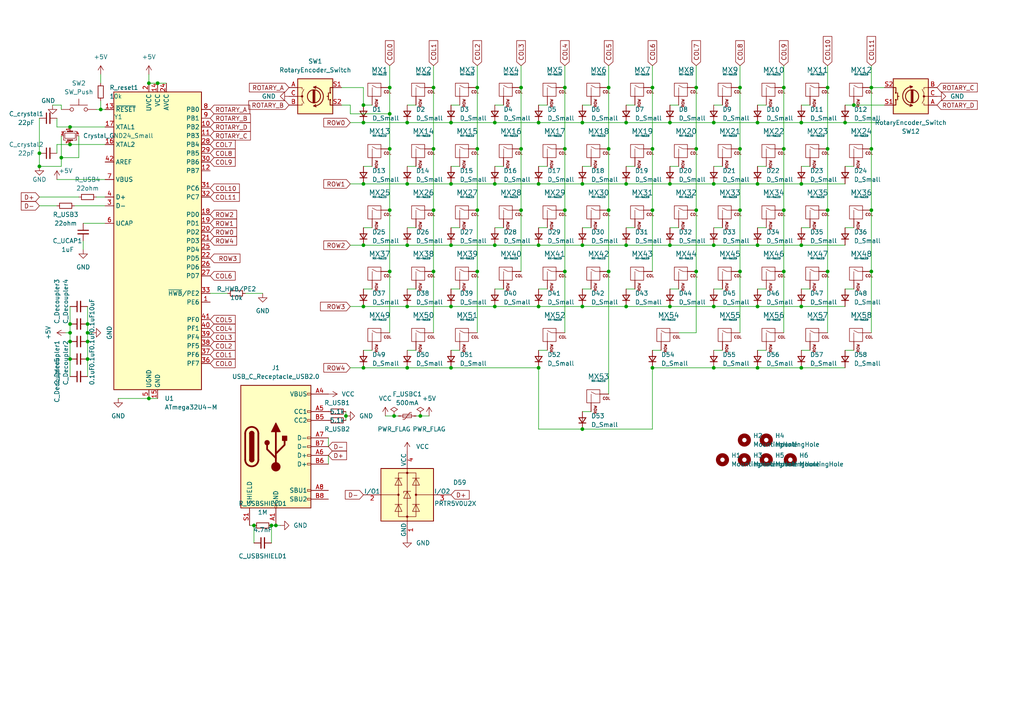
<source format=kicad_sch>
(kicad_sch (version 20211123) (generator eeschema)
  (paper "A4")
  (junction (at 125.73 43.18))
  (junction (at 219.71 35.56))
  (junction (at 207.01 106.68))
  (junction (at 114.3 120.65))
  (junction (at 163.83 43.18))
  (junction (at 189.23 43.18))
  (junction (at 201.93 43.18))
  (junction (at 240.03 25.4))
  (junction (at 20.32 36.83))
  (junction (at 176.53 43.18))
  (junction (at 227.33 78.74))
  (junction (at 138.43 25.4))
  (junction (at 130.81 71.12))
  (junction (at 45.72 24.13))
  (junction (at 168.91 124.46))
  (junction (at 214.63 60.96))
  (junction (at 163.83 60.96))
  (junction (at 130.81 53.34))
  (junction (at 156.21 88.9))
  (junction (at 156.21 35.56))
  (junction (at 168.91 88.9))
  (junction (at 219.71 106.68))
  (junction (at 113.03 33.02))
  (junction (at 105.41 71.12))
  (junction (at 194.31 71.12))
  (junction (at 20.32 93.98))
  (junction (at 189.23 106.68))
  (junction (at 130.81 88.9))
  (junction (at 181.61 88.9))
  (junction (at 25.4 93.98))
  (junction (at 252.73 60.96))
  (junction (at 214.63 25.4))
  (junction (at 118.11 35.56))
  (junction (at 143.51 35.56))
  (junction (at 240.03 43.18))
  (junction (at 240.03 78.74))
  (junction (at 214.63 43.18))
  (junction (at 143.51 88.9))
  (junction (at 125.73 78.74))
  (junction (at 168.91 53.34))
  (junction (at 207.01 35.56))
  (junction (at 80.01 152.4))
  (junction (at 25.4 96.52))
  (junction (at 143.51 71.12))
  (junction (at 105.41 30.48))
  (junction (at 232.41 53.34))
  (junction (at 181.61 71.12))
  (junction (at 130.81 106.68))
  (junction (at 118.11 106.68))
  (junction (at 118.11 71.12))
  (junction (at 25.4 104.14))
  (junction (at 214.63 78.74))
  (junction (at 125.73 60.96))
  (junction (at 156.21 106.68))
  (junction (at 73.66 152.4))
  (junction (at 176.53 78.74))
  (junction (at 252.73 25.4))
  (junction (at 17.78 45.72))
  (junction (at 100.33 120.65))
  (junction (at 113.03 60.96))
  (junction (at 121.92 120.65))
  (junction (at 232.41 71.12))
  (junction (at 11.43 48.26))
  (junction (at 219.71 88.9))
  (junction (at 118.11 88.9))
  (junction (at 189.23 60.96))
  (junction (at 219.71 71.12))
  (junction (at 252.73 43.18))
  (junction (at 207.01 88.9))
  (junction (at 247.65 30.48))
  (junction (at 207.01 53.34))
  (junction (at 78.74 152.4))
  (junction (at 20.32 99.06))
  (junction (at 11.43 44.45))
  (junction (at 227.33 60.96))
  (junction (at 138.43 78.74))
  (junction (at 105.41 35.56))
  (junction (at 245.11 35.56))
  (junction (at 118.11 53.34))
  (junction (at 219.71 53.34))
  (junction (at 105.41 106.68))
  (junction (at 156.21 53.34))
  (junction (at 181.61 53.34))
  (junction (at 252.73 78.74))
  (junction (at 201.93 60.96))
  (junction (at 168.91 35.56))
  (junction (at 201.93 25.4))
  (junction (at 240.03 60.96))
  (junction (at 232.41 88.9))
  (junction (at 163.83 78.74))
  (junction (at 156.21 71.12))
  (junction (at 105.41 88.9))
  (junction (at 176.53 25.4))
  (junction (at 168.91 71.12))
  (junction (at 113.03 78.74))
  (junction (at 113.03 25.4))
  (junction (at 113.03 43.18))
  (junction (at 194.31 53.34))
  (junction (at 201.93 78.74))
  (junction (at 194.31 88.9))
  (junction (at 176.53 60.96))
  (junction (at 43.18 24.13))
  (junction (at 194.31 35.56))
  (junction (at 181.61 35.56))
  (junction (at 130.81 35.56))
  (junction (at 25.4 99.06))
  (junction (at 20.32 41.91))
  (junction (at 20.32 96.52))
  (junction (at 232.41 35.56))
  (junction (at 138.43 60.96))
  (junction (at 138.43 43.18))
  (junction (at 163.83 25.4))
  (junction (at 207.01 71.12))
  (junction (at 125.73 25.4))
  (junction (at 29.21 31.75))
  (junction (at 143.51 53.34))
  (junction (at 227.33 43.18))
  (junction (at 20.32 104.14))
  (junction (at 189.23 25.4))
  (junction (at 105.41 53.34))
  (junction (at 151.13 43.18))
  (junction (at 151.13 25.4))
  (junction (at 43.18 115.57))
  (junction (at 151.13 60.96))
  (junction (at 227.33 25.4))
  (junction (at 232.41 106.68))
  (wire (pts (xy 201.93 25.4) (xy 201.93 43.18)))
  (wire (pts (xy 60.96 85.09) (xy 66.04 85.09)))
  (wire (pts (xy 232.41 83.82) (xy 234.95 83.82)))
  (wire (pts (xy 138.43 43.18) (xy 138.43 60.96)))
  (wire (pts (xy 181.61 66.04) (xy 184.15 66.04)))
  (wire (pts (xy 113.03 43.18) (xy 113.03 60.96)))
  (wire (pts (xy 101.6 30.48) (xy 101.6 33.02)))
  (wire (pts (xy 20.32 41.91) (xy 30.48 41.91)))
  (wire (pts (xy 101.6 53.34) (xy 105.41 53.34)))
  (wire (pts (xy 207.01 88.9) (xy 219.71 88.9)))
  (wire (pts (xy 194.31 30.48) (xy 196.85 30.48)))
  (wire (pts (xy 143.51 48.26) (xy 146.05 48.26)))
  (wire (pts (xy 114.3 120.65) (xy 115.57 120.65)))
  (wire (pts (xy 227.33 78.74) (xy 227.33 96.52)))
  (wire (pts (xy 138.43 19.05) (xy 138.43 25.4)))
  (wire (pts (xy 156.21 66.04) (xy 158.75 66.04)))
  (wire (pts (xy 118.11 88.9) (xy 130.81 88.9)))
  (wire (pts (xy 176.53 25.4) (xy 176.53 43.18)))
  (wire (pts (xy 207.01 101.6) (xy 209.55 101.6)))
  (wire (pts (xy 219.71 35.56) (xy 232.41 35.56)))
  (wire (pts (xy 163.83 19.05) (xy 163.83 25.4)))
  (wire (pts (xy 156.21 106.68) (xy 156.21 124.46)))
  (wire (pts (xy 101.6 33.02) (xy 113.03 33.02)))
  (wire (pts (xy 219.71 106.68) (xy 232.41 106.68)))
  (wire (pts (xy 176.53 19.05) (xy 176.53 25.4)))
  (wire (pts (xy 196.85 96.52) (xy 201.93 96.52)))
  (wire (pts (xy 168.91 30.48) (xy 171.45 30.48)))
  (wire (pts (xy 181.61 83.82) (xy 184.15 83.82)))
  (wire (pts (xy 17.78 31.75) (xy 17.78 30.48)))
  (wire (pts (xy 207.01 35.56) (xy 219.71 35.56)))
  (wire (pts (xy 43.18 21.59) (xy 43.18 24.13)))
  (wire (pts (xy 105.41 83.82) (xy 107.95 83.82)))
  (wire (pts (xy 105.41 30.48) (xy 107.95 30.48)))
  (wire (pts (xy 138.43 25.4) (xy 138.43 43.18)))
  (wire (pts (xy 130.81 101.6) (xy 133.35 101.6)))
  (wire (pts (xy 100.33 119.38) (xy 100.33 120.65)))
  (wire (pts (xy 252.73 60.96) (xy 252.73 78.74)))
  (wire (pts (xy 207.01 106.68) (xy 219.71 106.68)))
  (wire (pts (xy 168.91 48.26) (xy 171.45 48.26)))
  (wire (pts (xy 25.4 96.52) (xy 26.67 96.52)))
  (wire (pts (xy 118.11 48.26) (xy 120.65 48.26)))
  (wire (pts (xy 232.41 53.34) (xy 245.11 53.34)))
  (wire (pts (xy 163.83 43.18) (xy 163.83 60.96)))
  (wire (pts (xy 207.01 83.82) (xy 209.55 83.82)))
  (wire (pts (xy 219.71 101.6) (xy 222.25 101.6)))
  (wire (pts (xy 156.21 30.48) (xy 158.75 30.48)))
  (wire (pts (xy 232.41 106.68) (xy 245.11 106.68)))
  (wire (pts (xy 227.33 25.4) (xy 227.33 43.18)))
  (wire (pts (xy 232.41 30.48) (xy 234.95 30.48)))
  (wire (pts (xy 130.81 88.9) (xy 143.51 88.9)))
  (wire (pts (xy 20.32 93.98) (xy 20.32 88.9)))
  (wire (pts (xy 168.91 53.34) (xy 181.61 53.34)))
  (wire (pts (xy 156.21 83.82) (xy 158.75 83.82)))
  (wire (pts (xy 201.93 19.05) (xy 201.93 25.4)))
  (wire (pts (xy 101.6 35.56) (xy 105.41 35.56)))
  (wire (pts (xy 194.31 48.26) (xy 196.85 48.26)))
  (wire (pts (xy 118.11 66.04) (xy 120.65 66.04)))
  (wire (pts (xy 168.91 88.9) (xy 181.61 88.9)))
  (wire (pts (xy 24.13 69.85) (xy 24.13 72.39)))
  (wire (pts (xy 143.51 71.12) (xy 156.21 71.12)))
  (wire (pts (xy 247.65 30.48) (xy 256.54 30.48)))
  (wire (pts (xy 252.73 25.4) (xy 252.73 43.18)))
  (wire (pts (xy 151.13 25.4) (xy 151.13 43.18)))
  (wire (pts (xy 143.51 83.82) (xy 146.05 83.82)))
  (wire (pts (xy 113.03 33.02) (xy 113.03 43.18)))
  (wire (pts (xy 214.63 78.74) (xy 214.63 96.52)))
  (wire (pts (xy 11.43 44.45) (xy 11.43 48.26)))
  (wire (pts (xy 130.81 48.26) (xy 133.35 48.26)))
  (wire (pts (xy 130.81 53.34) (xy 143.51 53.34)))
  (wire (pts (xy 113.03 19.05) (xy 113.03 25.4)))
  (wire (pts (xy 232.41 88.9) (xy 245.11 88.9)))
  (wire (pts (xy 214.63 60.96) (xy 214.63 78.74)))
  (wire (pts (xy 168.91 119.38) (xy 171.45 119.38)))
  (wire (pts (xy 245.11 66.04) (xy 247.65 66.04)))
  (wire (pts (xy 105.41 53.34) (xy 118.11 53.34)))
  (wire (pts (xy 156.21 35.56) (xy 168.91 35.56)))
  (wire (pts (xy 245.11 101.6) (xy 247.65 101.6)))
  (wire (pts (xy 181.61 71.12) (xy 194.31 71.12)))
  (wire (pts (xy 16.51 36.83) (xy 20.32 36.83)))
  (wire (pts (xy 219.71 66.04) (xy 222.25 66.04)))
  (wire (pts (xy 16.51 41.91) (xy 20.32 41.91)))
  (wire (pts (xy 29.21 21.59) (xy 29.21 24.13)))
  (wire (pts (xy 156.21 71.12) (xy 168.91 71.12)))
  (wire (pts (xy 113.03 78.74) (xy 113.03 96.52)))
  (wire (pts (xy 252.73 25.4) (xy 256.54 25.4)))
  (wire (pts (xy 163.83 78.74) (xy 163.83 96.52)))
  (wire (pts (xy 118.11 71.12) (xy 130.81 71.12)))
  (wire (pts (xy 25.4 96.52) (xy 25.4 93.98)))
  (wire (pts (xy 125.73 19.05) (xy 125.73 25.4)))
  (wire (pts (xy 100.33 120.65) (xy 100.33 121.92)))
  (wire (pts (xy 34.29 115.57) (xy 43.18 115.57)))
  (wire (pts (xy 143.51 66.04) (xy 146.05 66.04)))
  (wire (pts (xy 201.93 78.74) (xy 201.93 96.52)))
  (wire (pts (xy 189.23 19.05) (xy 189.23 25.4)))
  (wire (pts (xy 118.11 35.56) (xy 130.81 35.56)))
  (wire (pts (xy 17.78 45.72) (xy 22.86 45.72)))
  (wire (pts (xy 80.01 152.4) (xy 81.28 152.4)))
  (wire (pts (xy 245.11 30.48) (xy 247.65 30.48)))
  (wire (pts (xy 11.43 34.29) (xy 11.43 44.45)))
  (wire (pts (xy 163.83 60.96) (xy 163.83 78.74)))
  (wire (pts (xy 121.92 120.65) (xy 124.46 120.65)))
  (wire (pts (xy 20.32 109.22) (xy 20.32 104.14)))
  (wire (pts (xy 17.78 45.72) (xy 17.78 48.26)))
  (wire (pts (xy 194.31 35.56) (xy 207.01 35.56)))
  (wire (pts (xy 245.11 48.26) (xy 247.65 48.26)))
  (wire (pts (xy 101.6 106.68) (xy 105.41 106.68)))
  (wire (pts (xy 168.91 124.46) (xy 156.21 124.46)))
  (wire (pts (xy 130.81 71.12) (xy 143.51 71.12)))
  (wire (pts (xy 214.63 25.4) (xy 214.63 43.18)))
  (wire (pts (xy 151.13 43.18) (xy 151.13 60.96)))
  (wire (pts (xy 16.51 34.29) (xy 16.51 36.83)))
  (wire (pts (xy 189.23 124.46) (xy 168.91 124.46)))
  (wire (pts (xy 163.83 25.4) (xy 163.83 43.18)))
  (wire (pts (xy 20.32 99.06) (xy 20.32 96.52)))
  (wire (pts (xy 105.41 71.12) (xy 118.11 71.12)))
  (wire (pts (xy 232.41 101.6) (xy 234.95 101.6)))
  (wire (pts (xy 43.18 115.57) (xy 45.72 115.57)))
  (wire (pts (xy 143.51 53.34) (xy 156.21 53.34)))
  (wire (pts (xy 189.23 106.68) (xy 207.01 106.68)))
  (wire (pts (xy 181.61 88.9) (xy 194.31 88.9)))
  (wire (pts (xy 252.73 78.74) (xy 252.73 96.52)))
  (wire (pts (xy 118.11 101.6) (xy 120.65 101.6)))
  (wire (pts (xy 240.03 25.4) (xy 240.03 43.18)))
  (wire (pts (xy 151.13 19.05) (xy 151.13 25.4)))
  (wire (pts (xy 207.01 48.26) (xy 209.55 48.26)))
  (wire (pts (xy 189.23 43.18) (xy 189.23 60.96)))
  (wire (pts (xy 105.41 35.56) (xy 118.11 35.56)))
  (wire (pts (xy 105.41 48.26) (xy 107.95 48.26)))
  (wire (pts (xy 25.4 104.14) (xy 25.4 99.06)))
  (wire (pts (xy 105.41 88.9) (xy 118.11 88.9)))
  (wire (pts (xy 20.32 104.14) (xy 20.32 99.06)))
  (wire (pts (xy 207.01 30.48) (xy 209.55 30.48)))
  (wire (pts (xy 101.6 71.12) (xy 105.41 71.12)))
  (wire (pts (xy 105.41 25.4) (xy 105.41 30.48)))
  (wire (pts (xy 125.73 78.74) (xy 125.73 96.52)))
  (wire (pts (xy 189.23 25.4) (xy 189.23 43.18)))
  (wire (pts (xy 214.63 43.18) (xy 214.63 60.96)))
  (wire (pts (xy 143.51 35.56) (xy 156.21 35.56)))
  (wire (pts (xy 219.71 83.82) (xy 222.25 83.82)))
  (wire (pts (xy 118.11 53.34) (xy 130.81 53.34)))
  (wire (pts (xy 78.74 152.4) (xy 78.74 157.48)))
  (wire (pts (xy 168.91 71.12) (xy 181.61 71.12)))
  (wire (pts (xy 168.91 66.04) (xy 171.45 66.04)))
  (wire (pts (xy 227.33 19.05) (xy 227.33 25.4)))
  (wire (pts (xy 105.41 106.68) (xy 118.11 106.68)))
  (wire (pts (xy 20.32 36.83) (xy 30.48 36.83)))
  (wire (pts (xy 232.41 66.04) (xy 234.95 66.04)))
  (wire (pts (xy 29.21 31.75) (xy 30.48 31.75)))
  (wire (pts (xy 101.6 88.9) (xy 105.41 88.9)))
  (wire (pts (xy 168.91 83.82) (xy 171.45 83.82)))
  (wire (pts (xy 138.43 60.96) (xy 138.43 78.74)))
  (wire (pts (xy 181.61 35.56) (xy 194.31 35.56)))
  (wire (pts (xy 118.11 30.48) (xy 120.65 30.48)))
  (wire (pts (xy 219.71 53.34) (xy 232.41 53.34)))
  (wire (pts (xy 232.41 71.12) (xy 245.11 71.12)))
  (wire (pts (xy 151.13 60.96) (xy 151.13 78.74)))
  (wire (pts (xy 201.93 43.18) (xy 201.93 60.96)))
  (wire (pts (xy 143.51 30.48) (xy 146.05 30.48)))
  (wire (pts (xy 156.21 48.26) (xy 158.75 48.26)))
  (wire (pts (xy 207.01 66.04) (xy 209.55 66.04)))
  (wire (pts (xy 227.33 60.96) (xy 227.33 78.74)))
  (wire (pts (xy 245.11 83.82) (xy 247.65 83.82)))
  (wire (pts (xy 73.66 152.4) (xy 73.66 157.48)))
  (wire (pts (xy 17.78 39.37) (xy 17.78 45.72)))
  (wire (pts (xy 232.41 35.56) (xy 245.11 35.56)))
  (wire (pts (xy 156.21 53.34) (xy 168.91 53.34)))
  (wire (pts (xy 11.43 57.15) (xy 22.86 57.15)))
  (wire (pts (xy 113.03 60.96) (xy 113.03 78.74)))
  (wire (pts (xy 22.86 45.72) (xy 22.86 39.37)))
  (wire (pts (xy 252.73 43.18) (xy 252.73 60.96)))
  (wire (pts (xy 168.91 35.56) (xy 181.61 35.56)))
  (wire (pts (xy 245.11 35.56) (xy 255.27 35.56)))
  (wire (pts (xy 181.61 53.34) (xy 194.31 53.34)))
  (wire (pts (xy 227.33 43.18) (xy 227.33 60.96)))
  (wire (pts (xy 25.4 99.06) (xy 25.4 96.52)))
  (wire (pts (xy 78.74 152.4) (xy 80.01 152.4)))
  (wire (pts (xy 27.94 31.75) (xy 29.21 31.75)))
  (wire (pts (xy 21.59 59.69) (xy 30.48 59.69)))
  (wire (pts (xy 143.51 88.9) (xy 156.21 88.9)))
  (wire (pts (xy 194.31 71.12) (xy 207.01 71.12)))
  (wire (pts (xy 240.03 43.18) (xy 240.03 60.96)))
  (wire (pts (xy 207.01 53.34) (xy 219.71 53.34)))
  (wire (pts (xy 120.65 120.65) (xy 121.92 120.65)))
  (wire (pts (xy 24.13 64.77) (xy 30.48 64.77)))
  (wire (pts (xy 240.03 78.74) (xy 240.03 96.52)))
  (wire (pts (xy 194.31 83.82) (xy 196.85 83.82)))
  (wire (pts (xy 138.43 78.74) (xy 138.43 96.52)))
  (wire (pts (xy 189.23 106.68) (xy 189.23 124.46)))
  (wire (pts (xy 19.05 96.52) (xy 20.32 96.52)))
  (wire (pts (xy 189.23 101.6) (xy 191.77 101.6)))
  (wire (pts (xy 194.31 66.04) (xy 196.85 66.04)))
  (wire (pts (xy 219.71 30.48) (xy 222.25 30.48)))
  (wire (pts (xy 118.11 106.68) (xy 130.81 106.68)))
  (wire (pts (xy 219.71 48.26) (xy 222.25 48.26)))
  (wire (pts (xy 156.21 101.6) (xy 158.75 101.6)))
  (wire (pts (xy 99.06 30.48) (xy 101.6 30.48)))
  (wire (pts (xy 125.73 43.18) (xy 125.73 60.96)))
  (wire (pts (xy 219.71 88.9) (xy 232.41 88.9)))
  (wire (pts (xy 105.41 101.6) (xy 107.95 101.6)))
  (wire (pts (xy 125.73 25.4) (xy 125.73 43.18)))
  (wire (pts (xy 176.53 43.18) (xy 176.53 60.96)))
  (wire (pts (xy 130.81 106.68) (xy 156.21 106.68)))
  (wire (pts (xy 194.31 53.34) (xy 207.01 53.34)))
  (wire (pts (xy 16.51 52.07) (xy 30.48 52.07)))
  (wire (pts (xy 29.21 29.21) (xy 29.21 31.75)))
  (wire (pts (xy 111.76 120.65) (xy 114.3 120.65)))
  (wire (pts (xy 201.93 60.96) (xy 201.93 78.74)))
  (wire (pts (xy 27.94 57.15) (xy 30.48 57.15)))
  (wire (pts (xy 207.01 71.12) (xy 219.71 71.12)))
  (wire (pts (xy 11.43 48.26) (xy 17.78 48.26)))
  (wire (pts (xy 25.4 109.22) (xy 25.4 104.14)))
  (wire (pts (xy 176.53 60.96) (xy 176.53 78.74)))
  (wire (pts (xy 95.25 127) (xy 95.25 129.54)))
  (wire (pts (xy 113.03 25.4) (xy 113.03 33.02)))
  (wire (pts (xy 176.53 78.74) (xy 176.53 114.3)))
  (wire (pts (xy 72.39 152.4) (xy 73.66 152.4)))
  (wire (pts (xy 214.63 19.05) (xy 214.63 25.4)))
  (wire (pts (xy 240.03 19.05) (xy 240.03 25.4)))
  (wire (pts (xy 43.18 24.13) (xy 45.72 24.13)))
  (wire (pts (xy 130.81 35.56) (xy 143.51 35.56)))
  (wire (pts (xy 45.72 24.13) (xy 48.26 24.13)))
  (wire (pts (xy 105.41 66.04) (xy 107.95 66.04)))
  (wire (pts (xy 232.41 48.26) (xy 234.95 48.26)))
  (wire (pts (xy 181.61 30.48) (xy 184.15 30.48)))
  (wire (pts (xy 130.81 30.48) (xy 133.35 30.48)))
  (wire (pts (xy 71.12 85.09) (xy 76.2 85.09)))
  (wire (pts (xy 156.21 88.9) (xy 168.91 88.9)))
  (wire (pts (xy 240.03 60.96) (xy 240.03 78.74)))
  (wire (pts (xy 189.23 60.96) (xy 189.23 78.74)))
  (wire (pts (xy 15.24 30.48) (xy 17.78 30.48)))
  (wire (pts (xy 181.61 48.26) (xy 184.15 48.26)))
  (wire (pts (xy 95.25 132.08) (xy 95.25 134.62)))
  (wire (pts (xy 118.11 83.82) (xy 120.65 83.82)))
  (wire (pts (xy 99.06 25.4) (xy 105.41 25.4)))
  (wire (pts (xy 20.32 96.52) (xy 20.32 93.98)))
  (wire (pts (xy 25.4 93.98) (xy 25.4 88.9)))
  (wire (pts (xy 194.31 88.9) (xy 207.01 88.9)))
  (wire (pts (xy 130.81 83.82) (xy 133.35 83.82)))
  (wire (pts (xy 252.73 19.05) (xy 252.73 25.4)))
  (wire (pts (xy 219.71 71.12) (xy 232.41 71.12)))
  (wire (pts (xy 130.81 66.04) (xy 133.35 66.04)))
  (wire (pts (xy 11.43 59.69) (xy 16.51 59.69)))
  (wire (pts (xy 16.51 44.45) (xy 16.51 41.91)))
  (wire (pts (xy 125.73 60.96) (xy 125.73 78.74)))
  (global_label "COL11" (shape input) (at 60.96 57.15 0) (property "Intersheet References" "${INTERSHEET_REFS}" (effects hide)))
  (global_label "ROW4" (shape input) (at 60.96 69.85 0) (property "Intersheet References" "${INTERSHEET_REFS}" (effects hide)))
  (global_label "COL0" (shape input) (at 60.96 105.41 0) (property "Intersheet References" "${INTERSHEET_REFS}" (effects hide)))
  (global_label "COL2" (shape input) (at 138.43 19.05 90) (property "Intersheet References" "${INTERSHEET_REFS}" (effects hide)))
  (global_label "ROW2" (shape input) (at 101.6 71.12 180) (property "Intersheet References" "${INTERSHEET_REFS}" (effects hide)))
  (global_label "ROW0" (shape input) (at 60.96 67.31 0) (property "Intersheet References" "${INTERSHEET_REFS}" (effects hide)))
  (global_label "D+" (shape input) (at 95.25 132.08 0) (property "Intersheet References" "${INTERSHEET_REFS}" (effects hide)))
  (global_label "D-" (shape input) (at 105.41 143.51 180) (property "Intersheet References" "${INTERSHEET_REFS}" (effects hide)))
  (global_label "COL0" (shape input) (at 113.03 19.05 90) (property "Intersheet References" "${INTERSHEET_REFS}" (effects hide)))
  (global_label "COL10" (shape input) (at 240.03 19.05 90) (property "Intersheet References" "${INTERSHEET_REFS}" (effects hide)))
  (global_label "COL1" (shape input) (at 125.73 19.05 90) (property "Intersheet References" "${INTERSHEET_REFS}" (effects hide)))
  (global_label "COL1" (shape input) (at 60.96 102.87 0) (property "Intersheet References" "${INTERSHEET_REFS}" (effects hide)))
  (global_label "ROTARY_A" (shape input) (at 83.82 25.4 180) (property "Intersheet References" "${INTERSHEET_REFS}" (effects hide)))
  (global_label "COL3" (shape input) (at 151.13 19.05 90) (property "Intersheet References" "${INTERSHEET_REFS}" (effects hide)))
  (global_label "ROTARY_B" (shape input) (at 60.96 34.29 0) (property "Intersheet References" "${INTERSHEET_REFS}" (effects hide)))
  (global_label "COL6" (shape input) (at 60.96 80.01 0) (property "Intersheet References" "${INTERSHEET_REFS}" (effects hide)))
  (global_label "ROTARY_D" (shape input) (at 60.96 36.83 0) (property "Intersheet References" "${INTERSHEET_REFS}" (effects hide)))
  (global_label "ROW2" (shape input) (at 60.96 62.23 0) (property "Intersheet References" "${INTERSHEET_REFS}" (effects hide)))
  (global_label "COL10" (shape input) (at 60.96 54.61 0) (property "Intersheet References" "${INTERSHEET_REFS}" (effects hide)))
  (global_label "COL7" (shape input) (at 201.93 19.05 90) (property "Intersheet References" "${INTERSHEET_REFS}" (effects hide)))
  (global_label "COL11" (shape input) (at 252.73 19.05 90) (property "Intersheet References" "${INTERSHEET_REFS}" (effects hide)))
  (global_label "COL2" (shape input) (at 60.96 100.33 0) (property "Intersheet References" "${INTERSHEET_REFS}" (effects hide)))
  (global_label "D+" (shape input) (at 11.43 57.15 180) (property "Intersheet References" "${INTERSHEET_REFS}" (effects hide)))
  (global_label "ROW1" (shape input) (at 101.6 53.34 180) (property "Intersheet References" "${INTERSHEET_REFS}" (effects hide)))
  (global_label "ROTARY_C" (shape input) (at 271.78 25.4 0) (property "Intersheet References" "${INTERSHEET_REFS}" (effects hide)))
  (global_label "COL3" (shape input) (at 60.96 97.79 0) (property "Intersheet References" "${INTERSHEET_REFS}" (effects hide)))
  (global_label "COL9" (shape input) (at 227.33 19.05 90) (property "Intersheet References" "${INTERSHEET_REFS}" (effects hide)))
  (global_label "COL4" (shape input) (at 163.83 19.05 90) (property "Intersheet References" "${INTERSHEET_REFS}" (effects hide)))
  (global_label "ROTARY_B" (shape input) (at 83.82 30.48 180) (property "Intersheet References" "${INTERSHEET_REFS}" (effects hide)))
  (global_label "ROW4" (shape input) (at 101.6 106.68 180) (property "Intersheet References" "${INTERSHEET_REFS}" (effects hide)))
  (global_label "D-" (shape input) (at 11.43 59.69 180) (property "Intersheet References" "${INTERSHEET_REFS}" (effects hide)))
  (global_label "COL8" (shape input) (at 60.96 44.45 0) (property "Intersheet References" "${INTERSHEET_REFS}" (effects hide)))
  (global_label "COL6" (shape input) (at 189.23 19.05 90) (property "Intersheet References" "${INTERSHEET_REFS}" (effects hide)))
  (global_label "ROW1" (shape input) (at 60.96 64.77 0) (property "Intersheet References" "${INTERSHEET_REFS}" (effects hide)))
  (global_label "ROTARY_C" (shape input) (at 60.96 39.37 0) (property "Intersheet References" "${INTERSHEET_REFS}" (effects hide)))
  (global_label "COL7" (shape input) (at 60.96 41.91 0) (property "Intersheet References" "${INTERSHEET_REFS}" (effects hide)))
  (global_label "COL5" (shape input) (at 176.53 19.05 90) (property "Intersheet References" "${INTERSHEET_REFS}" (effects hide)))
  (global_label "ROTARY_A" (shape input) (at 60.96 31.75 0) (property "Intersheet References" "${INTERSHEET_REFS}" (effects hide)))
  (global_label "D+" (shape input) (at 130.81 143.51 0) (property "Intersheet References" "${INTERSHEET_REFS}" (effects hide)))
  (global_label " ROW3" (shape input) (at 101.6 88.9 180) (property "Intersheet References" "${INTERSHEET_REFS}" (effects hide)))
  (global_label "COL9" (shape input) (at 60.96 46.99 0) (property "Intersheet References" "${INTERSHEET_REFS}" (effects hide)))
  (global_label "COL8" (shape input) (at 214.63 19.05 90) (property "Intersheet References" "${INTERSHEET_REFS}" (effects hide)))
  (global_label " ROW3" (shape input) (at 60.96 74.93 0) (property "Intersheet References" "${INTERSHEET_REFS}" (effects hide)))
  (global_label "ROTARY_D" (shape input) (at 271.78 30.48 0) (property "Intersheet References" "${INTERSHEET_REFS}" (effects hide)))
  (global_label "COL5" (shape input) (at 60.96 92.71 0) (property "Intersheet References" "${INTERSHEET_REFS}" (effects hide)))
  (global_label "ROW0" (shape input) (at 101.6 35.56 180) (property "Intersheet References" "${INTERSHEET_REFS}" (effects hide)))
  (global_label "COL4" (shape input) (at 60.96 95.25 0) (property "Intersheet References" "${INTERSHEET_REFS}" (effects hide)))
  (global_label "D-" (shape input) (at 95.25 129.54 0) (property "Intersheet References" "${INTERSHEET_REFS}" (effects hide)))
  (symbol (lib_id "power:GND") (at 81.28 152.4 90) (unit 1)
    (property "Reference" "#PWR0109" (effects hide))
    (property "Value" "GND" (at 85.09 152.3999 90) (effects (justify right)))
  )
  (symbol (lib_id "Device:D_Small") (at 219.71 33.02 90) (unit 1)
    (property "Reference" "D10" (at 222.25 31.7499 90) (effects (justify right)))
    (property "Value" "D_Small" (at 222.25 34.2899 90) (effects (justify right)))
    (property "Footprint" "Diode_SMD:D_SOD-123F" (effects hide))
  )
  (symbol (lib_id "Device:C_Small") (at 13.97 34.29 90) (unit 1)
    (property "Reference" "C_crystal1" (at 7.62 33.02 90))
    (property "Value" "22pF" (at 7.62 35.56 90))
    (property "Footprint" "Capacitor_SMD:C_0402_1005Metric" (effects hide))
  )
  (symbol (lib_id "Device:D_Small") (at 118.11 104.14 90) (unit 1)
    (property "Reference" "D50" (at 120.65 102.8699 90) (effects (justify right)))
    (property "Value" "D_Small" (at 120.65 105.4099 90) (effects (justify right)))
    (property "Footprint" "Diode_SMD:D_SOD-123F" (effects hide))
  )
  (symbol (lib_id "Connector:USB_C_Receptacle_USB2.0") (at 80.01 129.54 0) (unit 1)
    (property "Reference" "J1" (at 80.01 106.68 0))
    (property "Value" "USB_C_Receptacle_USB2.0" (at 80.01 109.22 0))
    (property "Footprint" "Connector_USB:USB_C_Receptacle_HRO_TYPE-C-31-M-12" (effects hide))
    (property "Datasheet" "https://www.usb.org/sites/default/files/documents/usb_type-c.zip" (effects hide))
  )
  (symbol (lib_id "Device:D_Small") (at 194.31 86.36 90) (unit 1)
    (property "Reference" "D44" (at 196.85 85.0899 90) (effects (justify right)))
    (property "Value" "D_Small" (at 196.85 87.6299 90) (effects (justify right)))
    (property "Footprint" "Diode_SMD:D_SOD-123F" (effects hide))
  )
  (symbol (lib_id "Device:D_Small") (at 143.51 68.58 90) (unit 1)
    (property "Reference" "D28" (at 146.05 67.3099 90) (effects (justify right)))
    (property "Value" "D_Small" (at 146.05 69.8499 90) (effects (justify right)))
    (property "Footprint" "Diode_SMD:D_SOD-123F" (effects hide))
  )
  (symbol (lib_id "MX_Alps_Hybrid:MX-NoLED") (at 223.52 26.67 0) (unit 1)
    (property "Reference" "MX10" (at 224.4056 20.32 0) (effects (font (size 1.524 1.524))))
    (property "Value" "MX-NoLED" (at 224.4056 21.59 0) (effects (font (size 0.508 0.508))))
    (property "Footprint" "MX_Only:MXOnly-1U-Hotswap" (effects hide))
  )
  (symbol (lib_id "Device:D_Small") (at 232.41 33.02 90) (unit 1)
    (property "Reference" "D11" (at 234.95 31.7499 90) (effects (justify right)))
    (property "Value" "D_Small" (at 234.95 34.2899 90) (effects (justify right)))
    (property "Footprint" "Diode_SMD:D_SOD-123F" (effects hide))
  )
  (symbol (lib_id "MX_Alps_Hybrid:MX-NoLED") (at 172.72 115.57 0) (unit 1)
    (property "Reference" "MX53" (at 173.6056 109.22 0) (effects (font (size 1.524 1.524))))
    (property "Value" "MX-NoLED" (at 173.6056 110.49 0) (effects (font (size 0.508 0.508))))
    (property "Footprint" "MX_Only:MXOnly-6U-Centered-NoLED" (effects hide))
  )
  (symbol (lib_id "Device:C_Small") (at 22.86 93.98 90) (unit 1)
    (property "Reference" "C_Decoupler3" (at 16.51 93.98 0) (effects (justify left)))
    (property "Value" "0.1uF" (at 26.67 96.52 0) (effects (justify left)))
    (property "Footprint" "Capacitor_SMD:C_0402_1005Metric" (effects hide))
  )
  (symbol (lib_id "power:GND") (at 11.43 48.26 0) (unit 1)
    (property "Reference" "#PWR0105" (effects hide))
    (property "Value" "GND" (at 11.43 52.07 0))
  )
  (symbol (lib_id "MX_Alps_Hybrid:MX-NoLED") (at 134.62 97.79 0) (unit 1)
    (property "Reference" "MX51" (at 135.5056 91.44 0) (effects (font (size 1.524 1.524))))
    (property "Value" "MX-NoLED" (at 135.5056 92.71 0) (effects (font (size 0.508 0.508))))
    (property "Footprint" "MX_Only:MXOnly-1.25U-Hotswap" (effects hide))
  )
  (symbol (lib_id "MX_Alps_Hybrid:MX-NoLED") (at 236.22 44.45 0) (unit 1)
    (property "Reference" "MX23" (at 237.1056 38.1 0) (effects (font (size 1.524 1.524))))
    (property "Value" "MX-NoLED" (at 237.1056 39.37 0) (effects (font (size 0.508 0.508))))
    (property "Footprint" "MX_Only:MXOnly-1U-Hotswap" (effects hide))
  )
  (symbol (lib_id "Device:D_Small") (at 245.11 68.58 90) (unit 1)
    (property "Reference" "D36" (at 247.65 67.3099 90) (effects (justify right)))
    (property "Value" "D_Small" (at 247.65 69.8499 90) (effects (justify right)))
    (property "Footprint" "Diode_SMD:D_SOD-123F" (effects hide))
  )
  (symbol (lib_id "Device:D_Small") (at 219.71 68.58 90) (unit 1)
    (property "Reference" "D34" (at 222.25 67.3099 90) (effects (justify right)))
    (property "Value" "D_Small" (at 222.25 69.8499 90) (effects (justify right)))
    (property "Footprint" "Diode_SMD:D_SOD-123F" (effects hide))
  )
  (symbol (lib_id "Device:D_Small") (at 232.41 104.14 90) (unit 1)
    (property "Reference" "D57" (at 234.95 102.8699 90) (effects (justify right)))
    (property "Value" "D_Small" (at 234.95 105.4099 90) (effects (justify right)))
    (property "Footprint" "Diode_SMD:D_SOD-123F" (effects hide))
  )
  (symbol (lib_id "Device:C_Small") (at 22.86 99.06 90) (unit 1)
    (property "Reference" "C_Decoupler2" (at 19.05 111.76 0) (effects (justify left)))
    (property "Value" "0.1uF" (at 26.67 101.6 0) (effects (justify left)))
    (property "Footprint" "Capacitor_SMD:C_0402_1005Metric" (effects hide))
  )
  (symbol (lib_id "power:GND") (at 26.67 96.52 90) (unit 1)
    (property "Reference" "#PWR0122" (effects hide))
    (property "Value" "GND" (at 31.75 96.52 0))
  )
  (symbol (lib_id "MX_Alps_Hybrid:MX-NoLED") (at 172.72 44.45 0) (unit 1)
    (property "Reference" "MX18" (at 173.6056 38.1 0) (effects (font (size 1.524 1.524))))
    (property "Value" "MX-NoLED" (at 173.6056 39.37 0) (effects (font (size 0.508 0.508))))
    (property "Footprint" "MX_Only:MXOnly-1U-Hotswap" (effects hide))
  )
  (symbol (lib_id "MX_Alps_Hybrid:MX-NoLED") (at 193.04 97.79 0) (unit 1)
    (property "Reference" "MX54" (at 193.9256 91.44 0) (effects (font (size 1.524 1.524))))
    (property "Value" "MX-NoLED" (at 193.9256 92.71 0) (effects (font (size 0.508 0.508))))
    (property "Footprint" "MX_Only:MXOnly-2.25U-Hotswap" (effects hide))
  )
  (symbol (lib_id "Device:C_Small") (at 76.2 157.48 90) (unit 1)
    (property "Reference" "C_USBSHIELD1" (at 76.2 161.29 90))
    (property "Value" "4.7nF" (at 76.2063 153.67 90))
    (property "Footprint" "Capacitor_SMD:C_0402_1005Metric" (effects hide))
  )
  (symbol (lib_id "Device:Polyfuse_Small") (at 118.11 120.65 90) (unit 1)
    (property "Reference" "F_USBC1" (at 118.11 114.3 90))
    (property "Value" "500mA" (at 118.11 116.84 90))
    (property "Footprint" "Fuse:Fuse_1206_3216Metric" (effects hide))
  )
  (symbol (lib_id "Device:D_Small") (at 245.11 33.02 90) (unit 1)
    (property "Reference" "D12" (at 247.65 31.7499 90) (effects (justify right)))
    (property "Value" "D_Small" (at 247.65 34.2899 90) (effects (justify right)))
    (property "Footprint" "Diode_SMD:D_SOD-123F" (effects hide))
  )
  (symbol (lib_id "MX_Alps_Hybrid:MX-NoLED") (at 172.72 26.67 0) (unit 1)
    (property "Reference" "MX6" (at 173.6056 20.32 0) (effects (font (size 1.524 1.524))))
    (property "Value" "MX-NoLED" (at 173.6056 21.59 0) (effects (font (size 0.508 0.508))))
    (property "Footprint" "MX_Only:MXOnly-1U-Hotswap" (effects hide))
  )
  (symbol (lib_id "Device:D_Small") (at 130.81 104.14 90) (unit 1)
    (property "Reference" "D51" (at 133.35 102.8699 90) (effects (justify right)))
    (property "Value" "D_Small" (at 133.35 105.4099 90) (effects (justify right)))
    (property "Footprint" "Diode_SMD:D_SOD-123F" (effects hide))
  )
  (symbol (lib_id "Mechanical:MountingHole") (at 222.25 133.35 0) (unit 1)
    (property "Reference" "H5" (at 224.79 132.0799 0) (effects (justify left)))
    (property "Value" "MountingHole" (at 224.79 134.6199 0) (effects (justify left)))
    (property "Footprint" "MountingHole:MountingHole_2.2mm_M2" (effects hide))
  )
  (symbol (lib_id "MX_Alps_Hybrid:MX-NoLED") (at 160.02 44.45 0) (unit 1)
    (property "Reference" "MX17" (at 160.9056 38.1 0) (effects (font (size 1.524 1.524))))
    (property "Value" "MX-NoLED" (at 160.9056 39.37 0) (effects (font (size 0.508 0.508))))
    (property "Footprint" "MX_Only:MXOnly-1U-Hotswap" (effects hide))
  )
  (symbol (lib_id "Device:D_Small") (at 105.41 50.8 90) (unit 1)
    (property "Reference" "D13" (at 107.95 49.5299 90) (effects (justify right)))
    (property "Value" "D_Small" (at 107.95 52.0699 90) (effects (justify right)))
    (property "Footprint" "Diode_SMD:D_SOD-123F" (effects hide))
  )
  (symbol (lib_id "MX_Alps_Hybrid:MX-NoLED") (at 172.72 80.01 0) (unit 1)
    (property "Reference" "MX42" (at 173.6056 73.66 0) (effects (font (size 1.524 1.524))))
    (property "Value" "MX-NoLED" (at 173.6056 74.93 0) (effects (font (size 0.508 0.508))))
    (property "Footprint" "MX_Only:MXOnly-1U-Hotswap" (effects hide))
  )
  (symbol (lib_id "Device:D_Small") (at 118.11 86.36 90) (unit 1)
    (property "Reference" "D38" (at 120.65 85.0899 90) (effects (justify right)))
    (property "Value" "D_Small" (at 120.65 87.6299 90) (effects (justify right)))
    (property "Footprint" "Diode_SMD:D_SOD-123F" (effects hide))
  )
  (symbol (lib_id "Device:D_Small") (at 130.81 33.02 90) (unit 1)
    (property "Reference" "D3" (at 133.35 31.7499 90) (effects (justify right)))
    (property "Value" "D_Small" (at 133.35 34.2899 90) (effects (justify right)))
    (property "Footprint" "Diode_SMD:D_SOD-123F" (effects hide))
  )
  (symbol (lib_id "MX_Alps_Hybrid:MX-NoLED") (at 210.82 62.23 0) (unit 1)
    (property "Reference" "MX33" (at 211.7056 55.88 0) (effects (font (size 1.524 1.524))))
    (property "Value" "MX-NoLED" (at 211.7056 57.15 0) (effects (font (size 0.508 0.508))))
    (property "Footprint" "MX_Only:MXOnly-1U-Hotswap" (effects hide))
  )
  (symbol (lib_id "Device:D_Small") (at 105.41 33.02 90) (unit 1)
    (property "Reference" "D1" (at 107.95 31.7499 90) (effects (justify right)))
    (property "Value" "D_Small" (at 107.95 34.2899 90) (effects (justify right)))
    (property "Footprint" "Diode_SMD:D_SOD-123F" (effects hide))
  )
  (symbol (lib_id "power:GND") (at 76.2 85.09 0) (unit 1)
    (property "Reference" "#PWR0107" (effects hide))
    (property "Value" "GND" (at 76.2 90.17 0))
  )
  (symbol (lib_id "MX_Alps_Hybrid:MX-NoLED") (at 109.22 80.01 0) (unit 1)
    (property "Reference" "MX37" (at 110.1056 73.66 0) (effects (font (size 1.524 1.524))))
    (property "Value" "MX-NoLED" (at 110.1056 74.93 0) (effects (font (size 0.508 0.508))))
    (property "Footprint" "MX_Only:MXOnly-1.5U-Hotswap" (effects hide))
  )
  (symbol (lib_id "MX_Alps_Hybrid:MX-NoLED") (at 236.22 80.01 0) (unit 1)
    (property "Reference" "MX47" (at 237.1056 73.66 0) (effects (font (size 1.524 1.524))))
    (property "Value" "MX-NoLED" (at 237.1056 74.93 0) (effects (font (size 0.508 0.508))))
    (property "Footprint" "MX_Only:MXOnly-1U-Hotswap" (effects hide))
  )
  (symbol (lib_id "Device:D_Small") (at 168.91 50.8 90) (unit 1)
    (property "Reference" "D18" (at 171.45 49.5299 90) (effects (justify right)))
    (property "Value" "D_Small" (at 171.45 52.0699 90) (effects (justify right)))
    (property "Footprint" "Diode_SMD:D_SOD-123F" (effects hide))
  )
  (symbol (lib_id "Device:D_Small") (at 181.61 33.02 90) (unit 1)
    (property "Reference" "D7" (at 184.15 31.7499 90) (effects (justify right)))
    (property "Value" "D_Small" (at 184.15 34.2899 90) (effects (justify right)))
    (property "Footprint" "Diode_SMD:D_SOD-123F" (effects hide))
  )
  (symbol (lib_id "Device:D_Small") (at 232.41 68.58 90) (unit 1)
    (property "Reference" "D35" (at 234.95 67.3099 90) (effects (justify right)))
    (property "Value" "D_Small" (at 234.95 69.8499 90) (effects (justify right)))
    (property "Footprint" "Diode_SMD:D_SOD-123F" (effects hide))
  )
  (symbol (lib_id "power:GND") (at 24.13 72.39 0) (unit 1)
    (property "Reference" "#PWR0120" (effects hide))
    (property "Value" "GND" (at 24.13 77.47 0))
  )
  (symbol (lib_id "power:VCC") (at 118.11 130.81 0) (unit 1)
    (property "Reference" "#PWR0119" (effects hide))
    (property "Value" "VCC" (at 120.65 129.5399 0) (effects (justify left)))
  )
  (symbol (lib_id "MX_Alps_Hybrid:MX-NoLED") (at 248.92 26.67 0) (unit 1)
    (property "Reference" "MX12" (at 249.8056 20.32 0) (effects (font (size 1.524 1.524))))
    (property "Value" "MX-NoLED" (at 249.8056 21.59 0) (effects (font (size 0.508 0.508))))
    (property "Footprint" "MX_Only:MXOnly-1U-Hotswap" (effects hide))
  )
  (symbol (lib_id "Mechanical:MountingHole") (at 229.235 133.35 0) (unit 1)
    (property "Reference" "H6" (at 231.775 132.0799 0) (effects (justify left)))
    (property "Value" "MountingHole" (at 231.775 134.6199 0) (effects (justify left)))
    (property "Footprint" "MountingHole:MountingHole_2.2mm_M2" (effects hide))
  )
  (symbol (lib_id "Device:R_Small") (at 76.2 152.4 90) (unit 1)
    (property "Reference" "R_USBSHIELD1" (at 76.2 146.05 90))
    (property "Value" "1M" (at 76.2 148.59 90))
    (property "Footprint" "Resistor_SMD:R_0402_1005Metric" (effects hide))
  )
  (symbol (lib_id "MX_Alps_Hybrid:MX-NoLED") (at 185.42 80.01 0) (unit 1)
    (property "Reference" "MX43" (at 186.3056 73.66 0) (effects (font (size 1.524 1.524))))
    (property "Value" "MX-NoLED" (at 186.3056 74.93 0) (effects (font (size 0.508 0.508))))
    (property "Footprint" "MX_Only:MXOnly-1U-Hotswap" (effects hide))
  )
  (symbol (lib_id "power:PWR_FLAG") (at 121.92 120.65 0) (unit 1)
    (property "Reference" "#FLG0101" (effects hide))
    (property "Value" "PWR_FLAG" (at 124.46 124.46 0))
  )
  (symbol (lib_id "MX_Alps_Hybrid:MX-NoLED") (at 109.22 26.67 0) (unit 1)
    (property "Reference" "MX1" (at 110.1056 20.32 0) (effects (font (size 1.524 1.524))))
    (property "Value" "MX-NoLED" (at 110.1056 21.59 0) (effects (font (size 0.508 0.508))))
    (property "Footprint" "MX_Only:MXOnly-1U-Hotswap" (effects hide))
  )
  (symbol (lib_id "MX_Alps_Hybrid:MX-NoLED") (at 134.62 62.23 0) (unit 1)
    (property "Reference" "MX27" (at 135.5056 55.88 0) (effects (font (size 1.524 1.524))))
    (property "Value" "MX-NoLED" (at 135.5056 57.15 0) (effects (font (size 0.508 0.508))))
    (property "Footprint" "MX_Only:MXOnly-1U-Hotswap" (effects hide))
  )
  (symbol (lib_id "power:PWR_FLAG") (at 114.3 120.65 0) (unit 1)
    (property "Reference" "#FLG0102" (effects hide))
    (property "Value" "PWR_FLAG" (at 114.3 124.46 0))
  )
  (symbol (lib_id "Device:D_Small") (at 219.71 104.14 90) (unit 1)
    (property "Reference" "D56" (at 222.25 102.8699 90) (effects (justify right)))
    (property "Value" "D_Small" (at 222.25 105.4099 90) (effects (justify right)))
    (property "Footprint" "Diode_SMD:D_SOD-123F" (effects hide))
  )
  (symbol (lib_id "Device:D_Small") (at 130.81 50.8 90) (unit 1)
    (property "Reference" "D15" (at 133.35 49.53 90) (effects (justify right)))
    (property "Value" "D_Small" (at 133.35 52.0699 90) (effects (justify right)))
    (property "Footprint" "Diode_SMD:D_SOD-123F" (effects hide))
  )
  (symbol (lib_id "Device:D_Small") (at 219.71 86.36 90) (unit 1)
    (property "Reference" "D46" (at 222.25 85.0899 90) (effects (justify right)))
    (property "Value" "D_Small" (at 222.25 87.6299 90) (effects (justify right)))
    (property "Footprint" "Diode_SMD:D_SOD-123F" (effects hide))
  )
  (symbol (lib_id "Device:D_Small") (at 168.91 33.02 90) (unit 1)
    (property "Reference" "D6" (at 171.45 31.7499 90) (effects (justify right)))
    (property "Value" "D_Small" (at 171.45 34.2899 90) (effects (justify right)))
    (property "Footprint" "Diode_SMD:D_SOD-123F" (effects hide))
  )
  (symbol (lib_id "Device:C_Small") (at 22.86 88.9 90) (unit 1)
    (property "Reference" "C_Decoupler4" (at 19.05 93.98 0) (effects (justify left)))
    (property "Value" "10uF" (at 26.67 91.44 0) (effects (justify left)))
    (property "Footprint" "Capacitor_SMD:C_0402_1005Metric" (effects hide))
  )
  (symbol (lib_id "Device:D_Small") (at 118.11 33.02 90) (unit 1)
    (property "Reference" "D2" (at 120.65 31.7499 90) (effects (justify right)))
    (property "Value" "D_Small" (at 120.65 34.2899 90) (effects (justify right)))
    (property "Footprint" "Diode_SMD:D_SOD-123F" (effects hide))
  )
  (symbol (lib_id "MX_Alps_Hybrid:MX-NoLED") (at 121.92 62.23 0) (unit 1)
    (property "Reference" "MX26" (at 122.8056 55.88 0) (effects (font (size 1.524 1.524))))
    (property "Value" "MX-NoLED" (at 122.8056 57.15 0) (effects (font (size 0.508 0.508))))
    (property "Footprint" "MX_Only:MXOnly-1U-Hotswap" (effects hide))
  )
  (symbol (lib_id "Device:D_Small") (at 245.11 104.14 90) (unit 1)
    (property "Reference" "D58" (at 247.65 102.8699 90) (effects (justify right)))
    (property "Value" "D_Small" (at 247.65 105.4099 90) (effects (justify right)))
    (property "Footprint" "Diode_SMD:D_SOD-123F" (effects hide))
  )
  (symbol (lib_id "Device:D_Small") (at 232.41 86.36 90) (unit 1)
    (property "Reference" "D47" (at 234.95 85.0899 90) (effects (justify right)))
    (property "Value" "D_Small" (at 234.95 87.6299 90) (effects (justify right)))
    (property "Footprint" "Diode_SMD:D_SOD-123F" (effects hide))
  )
  (symbol (lib_id "Mechanical:MountingHole") (at 222.25 127.635 0) (unit 1)
    (property "Reference" "H4" (at 224.79 126.3649 0) (effects (justify left)))
    (property "Value" "MountingHole" (at 224.79 128.9049 0) (effects (justify left)))
    (property "Footprint" "MountingHole:MountingHole_2.2mm_M2" (effects hide))
  )
  (symbol (lib_id "MX_Alps_Hybrid:MX-NoLED") (at 210.82 97.79 0) (unit 1)
    (property "Reference" "MX55" (at 211.7056 91.44 0) (effects (font (size 1.524 1.524))))
    (property "Value" "MX-NoLED" (at 211.7056 92.71 0) (effects (font (size 0.508 0.508))))
    (property "Footprint" "MX_Only:MXOnly-1U-Hotswap" (effects hide))
  )
  (symbol (lib_id "MX_Alps_Hybrid:MX-NoLED") (at 223.52 97.79 0) (unit 1)
    (property "Reference" "MX56" (at 224.4056 91.44 0) (effects (font (size 1.524 1.524))))
    (property "Value" "MX-NoLED" (at 224.4056 92.71 0) (effects (font (size 0.508 0.508))))
    (property "Footprint" "MX_Only:MXOnly-1U-Hotswap" (effects hide))
  )
  (symbol (lib_id "MX_Alps_Hybrid:MX-NoLED") (at 121.92 80.01 0) (unit 1)
    (property "Reference" "MX38" (at 122.8056 73.66 0) (effects (font (size 1.524 1.524))))
    (property "Value" "MX-NoLED" (at 122.8056 74.93 0) (effects (font (size 0.508 0.508))))
    (property "Footprint" "MX_Only:MXOnly-1U-Hotswap" (effects hide))
  )
  (symbol (lib_id "MX_Alps_Hybrid:MX-NoLED") (at 223.52 44.45 0) (unit 1)
    (property "Reference" "MX22" (at 224.4056 38.1 0) (effects (font (size 1.524 1.524))))
    (property "Value" "MX-NoLED" (at 224.4056 39.37 0) (effects (font (size 0.508 0.508))))
    (property "Footprint" "MX_Only:MXOnly-1U-Hotswap" (effects hide))
  )
  (symbol (lib_id "power:+5V") (at 124.46 120.65 0) (unit 1)
    (property "Reference" "#PWR0112" (effects hide))
    (property "Value" "+5V" (at 124.46 115.57 0))
  )
  (symbol (lib_id "Device:D_Small") (at 143.51 50.8 90) (unit 1)
    (property "Reference" "D16" (at 146.05 49.5299 90) (effects (justify right)))
    (property "Value" "D_Small" (at 146.05 52.0699 90) (effects (justify right)))
    (property "Footprint" "Diode_SMD:D_SOD-123F" (effects hide))
  )
  (symbol (lib_id "MX_Alps_Hybrid:MX-NoLED") (at 198.12 62.23 0) (unit 1)
    (property "Reference" "MX32" (at 199.0056 55.88 0) (effects (font (size 1.524 1.524))))
    (property "Value" "MX-NoLED" (at 199.0056 57.15 0) (effects (font (size 0.508 0.508))))
    (property "Footprint" "MX_Only:MXOnly-1U-Hotswap" (effects hide))
  )
  (symbol (lib_id "Device:R_Small") (at 97.79 119.38 90) (unit 1)
    (property "Reference" "R_USB1" (at 97.79 116.84 90))
    (property "Value" "5.1k" (at 97.79 119.38 90))
    (property "Footprint" "Resistor_SMD:R_0402_1005Metric" (effects hide))
  )
  (symbol (lib_id "Device:R_Small") (at 68.58 85.09 90) (unit 1)
    (property "Reference" "R_HWB/PE2" (at 68.58 83.82 90))
    (property "Value" "10k" (at 68.58 86.36 90))
    (property "Footprint" "Resistor_SMD:R_0402_1005Metric" (effects hide))
  )
  (symbol (lib_id "Device:D_Small") (at 168.91 86.36 90) (unit 1)
    (property "Reference" "D42" (at 171.45 85.0899 90) (effects (justify right)))
    (property "Value" "D_Small" (at 171.45 87.6299 90) (effects (justify right)))
    (property "Footprint" "Diode_SMD:D_SOD-123F" (effects hide))
  )
  (symbol (lib_id "Device:R_Small") (at 29.21 26.67 0) (unit 1)
    (property "Reference" "R_reset1" (at 31.75 25.3999 0) (effects (justify left)))
    (property "Value" "10k" (at 31.75 27.9399 0) (effects (justify left)))
    (property "Footprint" "Resistor_SMD:R_0402_1005Metric" (effects hide))
  )
  (symbol (lib_id "Device:C_Small") (at 24.13 67.31 0) (unit 1)
    (property "Reference" "C_UCAP1" (at 15.24 69.85 0) (effects (justify left)))
    (property "Value" "1uF" (at 17.78 72.39 0) (effects (justify left)))
    (property "Footprint" "Capacitor_SMD:C_0402_1005Metric" (effects hide))
  )
  (symbol (lib_id "MX_Alps_Hybrid:MX-NoLED") (at 210.82 44.45 0) (unit 1)
    (property "Reference" "MX21" (at 211.7056 38.1 0) (effects (font (size 1.524 1.524))))
    (property "Value" "MX-NoLED" (at 211.7056 39.37 0) (effects (font (size 0.508 0.508))))
    (property "Footprint" "MX_Only:MXOnly-1U-Hotswap" (effects hide))
  )
  (symbol (lib_id "MX_Alps_Hybrid:MX-NoLED") (at 134.62 80.01 0) (unit 1)
    (property "Reference" "MX39" (at 135.5056 73.66 0) (effects (font (size 1.524 1.524))))
    (property "Value" "MX-NoLED" (at 135.5056 74.93 0) (effects (font (size 0.508 0.508))))
    (property "Footprint" "MX_Only:MXOnly-1U-Hotswap" (effects hide))
  )
  (symbol (lib_id "Device:RotaryEncoder_Switch") (at 91.44 27.94 0) (unit 1)
    (property "Reference" "SW1" (at 91.44 17.78 0))
    (property "Value" "RotaryEncoder_Switch" (at 91.44 20.32 0))
    (property "Footprint" "Keebio-Parts:RotaryEncoder_Alps_EC11E-Switch_Vertical_H20mm" (effects hide))
  )
  (symbol (lib_id "MX_Alps_Hybrid:MX-NoLED") (at 248.92 62.23 0) (unit 1)
    (property "Reference" "MX36" (at 249.8056 55.88 0) (effects (font (size 1.524 1.524))))
    (property "Value" "MX-NoLED" (at 249.8056 57.15 0) (effects (font (size 0.508 0.508))))
    (property "Footprint" "MX_Only:MXOnly-1.25U-Hotswap" (effects hide))
  )
  (symbol (lib_id "Device:D_Small") (at 219.71 50.8 90) (unit 1)
    (property "Reference" "D22" (at 222.25 49.5299 90) (effects (justify right)))
    (property "Value" "D_Small" (at 222.25 52.0699 90) (effects (justify right)))
    (property "Footprint" "Diode_SMD:D_SOD-123F" (effects hide))
  )
  (symbol (lib_id "Device:D_Small") (at 105.41 86.36 90) (unit 1)
    (property "Reference" "D37" (at 107.95 85.0899 90) (effects (justify right)))
    (property "Value" "D_Small" (at 107.95 87.6299 90) (effects (justify right)))
    (property "Footprint" "Diode_SMD:D_SOD-123F" (effects hide))
  )
  (symbol (lib_id "Device:R_Small") (at 25.4 57.15 90) (unit 1)
    (property "Reference" "R_USB4" (at 25.4 52.07 90))
    (property "Value" "22ohm" (at 25.4 54.61 90))
    (property "Footprint" "Resistor_SMD:R_0402_1005Metric" (effects hide))
  )
  (symbol (lib_id "power:VCC") (at 95.25 114.3 270) (unit 1)
    (property "Reference" "#PWR0111" (effects hide))
    (property "Value" "VCC" (at 99.06 114.2999 90) (effects (justify left)))
  )
  (symbol (lib_id "MX_Alps_Hybrid:MX-NoLED") (at 109.22 97.79 0) (unit 1)
    (property "Reference" "MX49" (at 110.1056 91.44 0) (effects (font (size 1.524 1.524))))
    (property "Value" "MX-NoLED" (at 110.1056 92.71 0) (effects (font (size 0.508 0.508))))
    (property "Footprint" "MX_Only:MXOnly-1.25U-Hotswap" (effects hide))
  )
  (symbol (lib_id "Device:D_Small") (at 105.41 68.58 90) (unit 1)
    (property "Reference" "D25" (at 107.95 67.3099 90) (effects (justify right)))
    (property "Value" "D_Small" (at 107.95 69.8499 90) (effects (justify right)))
    (property "Footprint" "Diode_SMD:D_SOD-123F" (effects hide))
  )
  (symbol (lib_id "Device:D_Small") (at 156.21 50.8 90) (unit 1)
    (property "Reference" "D17" (at 158.75 49.5299 90) (effects (justify right)))
    (property "Value" "D_Small" (at 158.75 52.0699 90) (effects (justify right)))
    (property "Footprint" "Diode_SMD:D_SOD-123F" (effects hide))
  )
  (symbol (lib_id "MX_Alps_Hybrid:MX-NoLED") (at 160.02 26.67 0) (unit 1)
    (property "Reference" "MX5" (at 160.9056 20.32 0) (effects (font (size 1.524 1.524))))
    (property "Value" "MX-NoLED" (at 160.9056 21.59 0) (effects (font (size 0.508 0.508))))
    (property "Footprint" "MX_Only:MXOnly-1U-Hotswap" (effects hide))
  )
  (symbol (lib_id "Device:D_Small") (at 168.91 121.92 90) (unit 1)
    (property "Reference" "D53" (at 171.45 120.6499 90) (effects (justify right)))
    (property "Value" "D_Small" (at 171.45 123.1899 90) (effects (justify right)))
    (property "Footprint" "Diode_SMD:D_SOD-123F" (effects hide))
  )
  (symbol (lib_id "Device:D_Small") (at 168.91 68.58 90) (unit 1)
    (property "Reference" "D30" (at 171.45 67.3099 90) (effects (justify right)))
    (property "Value" "D_Small" (at 171.45 69.8499 90) (effects (justify right)))
    (property "Footprint" "Diode_SMD:D_SOD-123F" (effects hide))
  )
  (symbol (lib_id "Device:D_Small") (at 194.31 50.8 90) (unit 1)
    (property "Reference" "D20" (at 196.85 49.5299 90) (effects (justify right)))
    (property "Value" "D_Small" (at 196.85 52.0699 90) (effects (justify right)))
    (property "Footprint" "Diode_SMD:D_SOD-123F" (effects hide))
  )
  (symbol (lib_id "Mechanical:MountingHole") (at 215.9 133.35 0) (unit 1)
    (property "Reference" "H3" (at 218.44 132.0799 0) (effects (justify left)))
    (property "Value" "MountingHole" (at 218.44 134.6199 0) (effects (justify left)))
    (property "Footprint" "MountingHole:MountingHole_2.2mm_M2" (effects hide))
  )
  (symbol (lib_id "Device:C_Small") (at 22.86 104.14 90) (unit 1)
    (property "Reference" "C_Decoupler1" (at 16.51 111.76 0) (effects (justify left)))
    (property "Value" "0.1uF" (at 26.67 106.68 0) (effects (justify left)))
    (property "Footprint" "Capacitor_SMD:C_0402_1005Metric" (effects hide))
  )
  (symbol (lib_id "Device:D_Small") (at 194.31 68.58 90) (unit 1)
    (property "Reference" "D32" (at 196.85 67.3099 90) (effects (justify right)))
    (property "Value" "D_Small" (at 196.85 69.8499 90) (effects (justify right)))
    (property "Footprint" "Diode_SMD:D_SOD-123F" (effects hide))
  )
  (symbol (lib_id "Device:D_Small") (at 118.11 50.8 90) (unit 1)
    (property "Reference" "D14" (at 120.65 49.5299 90) (effects (justify right)))
    (property "Value" "D_Small" (at 120.65 52.0699 90) (effects (justify right)))
    (property "Footprint" "Diode_SMD:D_SOD-123F" (effects hide))
  )
  (symbol (lib_id "MX_Alps_Hybrid:MX-NoLED") (at 160.02 97.79 0) (unit 1)
    (property "Reference" "MX52" (at 160.9056 91.44 0) (effects (font (size 1.524 1.524))))
    (property "Value" "MX-NoLED" (at 160.9056 92.71 0) (effects (font (size 0.508 0.508))))
    (property "Footprint" "MX_Only:MXOnly-2.75U-Hotswap" (effects hide))
  )
  (symbol (lib_id "Device:R_Small") (at 97.79 121.92 90) (unit 1)
    (property "Reference" "R_USB2" (at 97.79 124.46 90))
    (property "Value" "5.1k" (at 97.79 121.92 90))
    (property "Footprint" "Resistor_SMD:R_0402_1005Metric" (effects hide))
  )
  (symbol (lib_id "MX_Alps_Hybrid:MX-NoLED") (at 160.02 80.01 0) (unit 1)
    (property "Reference" "MX41" (at 160.9056 73.66 0) (effects (font (size 1.524 1.524))))
    (property "Value" "MX-NoLED" (at 160.9056 74.93 0) (effects (font (size 0.508 0.508))))
    (property "Footprint" "MX_Only:MXOnly-1U-Hotswap" (effects hide))
  )
  (symbol (lib_id "power:GND") (at 83.82 27.94 270) (unit 1)
    (property "Reference" "#PWR0124" (effects hide))
    (property "Value" "GND" (at 80.01 27.9399 90) (effects (justify right)))
  )
  (symbol (lib_id "MCU_Microchip_ATmega:ATmega32U4-M") (at 45.72 69.85 0) (unit 1)
    (property "Reference" "U1" (at 47.7394 115.57 0) (effects (justify left)))
    (property "Value" "ATmega32U4-M" (at 47.7394 118.11 0) (effects (justify left)))
    (property "Footprint" "Package_DFN_QFN:QFN-44-1EP_7x7mm_P0.5mm_EP5.2x5.2mm" (effects hide))
    (property "Datasheet" "http://ww1.microchip.com/downloads/en/DeviceDoc/Atmel-7766-8-bit-AVR-ATmega16U4-32U4_Datasheet.pdf" (effects hide))
  )
  (symbol (lib_id "MX_Alps_Hybrid:MX-NoLED") (at 210.82 80.01 0) (unit 1)
    (property "Reference" "MX45" (at 211.7056 73.66 0) (effects (font (size 1.524 1.524))))
    (property "Value" "MX-NoLED" (at 211.7056 74.93 0) (effects (font (size 0.508 0.508))))
    (property "Footprint" "MX_Only:MXOnly-1U-Hotswap" (effects hide))
  )
  (symbol (lib_id "MX_Alps_Hybrid:MX-NoLED") (at 147.32 80.01 0) (unit 1)
    (property "Reference" "MX40" (at 148.2056 73.66 0) (effects (font (size 1.524 1.524))))
    (property "Value" "MX-NoLED" (at 148.2056 74.93 0) (effects (font (size 0.508 0.508))))
    (property "Footprint" "MX_Only:MXOnly-1U-Hotswap" (effects hide))
  )
  (symbol (lib_id "power:GND") (at 34.29 115.57 0) (unit 1)
    (property "Reference" "#PWR0123" (effects hide))
    (property "Value" "GND" (at 34.29 120.65 0))
  )
  (symbol (lib_id "MX_Alps_Hybrid:MX-NoLED") (at 134.62 44.45 0) (unit 1)
    (property "Reference" "MX15" (at 135.5056 38.1 0) (effects (font (size 1.524 1.524))))
    (property "Value" "MX-NoLED" (at 135.5056 39.37 0) (effects (font (size 0.508 0.508))))
    (property "Footprint" "MX_Only:MXOnly-1U-Hotswap" (effects hide))
  )
  (symbol (lib_id "MX_Alps_Hybrid:MX-NoLED") (at 147.32 44.45 0) (unit 1)
    (property "Reference" "MX16" (at 148.2056 38.1 0) (effects (font (size 1.524 1.524))))
    (property "Value" "MX-NoLED" (at 148.2056 39.37 0) (effects (font (size 0.508 0.508))))
    (property "Footprint" "MX_Only:MXOnly-1U-Hotswap" (effects hide))
  )
  (symbol (lib_id "MX_Alps_Hybrid:MX-NoLED") (at 223.52 80.01 0) (unit 1)
    (property "Reference" "MX46" (at 224.4056 73.66 0) (effects (font (size 1.524 1.524))))
    (property "Value" "MX-NoLED" (at 224.4056 74.93 0) (effects (font (size 0.508 0.508))))
    (property "Footprint" "MX_Only:MXOnly-1U-Hotswap" (effects hide))
  )
  (symbol (lib_id "power:GND") (at 271.78 27.94 90) (unit 1)
    (property "Reference" "#PWR0125" (effects hide))
    (property "Value" "GND" (at 275.59 27.9399 90) (effects (justify right)))
  )
  (symbol (lib_id "Device:D_Small") (at 207.01 104.14 90) (unit 1)
    (property "Reference" "D55" (at 209.55 102.8699 90) (effects (justify right)))
    (property "Value" "D_Small" (at 209.55 105.4099 90) (effects (justify right)))
    (property "Footprint" "Diode_SMD:D_SOD-123F" (effects hide))
  )
  (symbol (lib_id "Device:D_Small") (at 130.81 86.36 90) (unit 1)
    (property "Reference" "D39" (at 133.35 85.0899 90) (effects (justify right)))
    (property "Value" "D_Small" (at 133.35 87.6299 90) (effects (justify right)))
    (property "Footprint" "Diode_SMD:D_SOD-123F" (effects hide))
  )
  (symbol (lib_id "power:VCC") (at 111.76 120.65 0) (unit 1)
    (property "Reference" "#PWR0115" (effects hide))
    (property "Value" "VCC" (at 111.76 115.57 0))
  )
  (symbol (lib_id "Device:D_Small") (at 194.31 33.02 90) (unit 1)
    (property "Reference" "D8" (at 196.85 31.7499 90) (effects (justify right)))
    (property "Value" "D_Small" (at 196.85 34.2899 90) (effects (justify right)))
    (property "Footprint" "Diode_SMD:D_SOD-123F" (effects hide))
  )
  (symbol (lib_id "Device:RotaryEncoder_Switch") (at 264.16 27.94 180) (unit 1)
    (property "Reference" "SW12" (at 264.16 38.1 0))
    (property "Value" "RotaryEncoder_Switch" (at 264.16 35.56 0))
    (property "Footprint" "Keebio-Parts:RotaryEncoder_Alps_EC11E-Switch_Vertical_H20mm" (effects hide))
  )
  (symbol (lib_id "power:GND") (at 15.24 30.48 0) (unit 1)
    (property "Reference" "#PWR0102" (effects hide))
    (property "Value" "GND" (at 13.97 29.21 0))
  )
  (symbol (lib_id "Device:D_Small") (at 207.01 68.58 90) (unit 1)
    (property "Reference" "D33" (at 209.55 67.3099 90) (effects (justify right)))
    (property "Value" "D_Small" (at 209.55 69.8499 90) (effects (justify right)))
    (property "Footprint" "Diode_SMD:D_SOD-123F" (effects hide))
  )
  (symbol (lib_id "power:+5V") (at 29.21 21.59 0) (unit 1)
    (property "Reference" "#PWR0104" (effects hide))
    (property "Value" "+5V" (at 29.21 16.51 0))
  )
  (symbol (lib_id "Device:D_Small") (at 245.11 50.8 90) (unit 1)
    (property "Reference" "D24" (at 247.65 49.5299 90) (effects (justify right)))
    (property "Value" "D_Small" (at 247.65 52.0699 90) (effects (justify right)))
    (property "Footprint" "Diode_SMD:D_SOD-123F" (effects hide))
  )
  (symbol (lib_id "Device:C_Small") (at 22.86 109.22 90) (unit 1)
    (property "Reference" "C_Decoupler5" (at 16.51 116.84 0) (effects (justify left)))
    (property "Value" "0.1uF" (at 26.67 111.76 0) (effects (justify left)))
    (property "Footprint" "Capacitor_SMD:C_0402_1005Metric" (effects hide))
  )
  (symbol (lib_id "power:+5V") (at 16.51 52.07 0) (unit 1)
    (property "Reference" "#PWR0103" (effects hide))
    (property "Value" "+5V" (at 19.05 49.53 0))
  )
  (symbol (lib_id "Device:D_Small") (at 207.01 50.8 90) (unit 1)
    (property "Reference" "D21" (at 209.55 49.5299 90) (effects (justify right)))
    (property "Value" "D_Small" (at 209.55 52.0699 90) (effects (justify right)))
    (property "Footprint" "Diode_SMD:D_SOD-123F" (effects hide))
  )
  (symbol (lib_id "power:GND") (at 100.33 120.65 90) (unit 1)
    (property "Reference" "#PWR0113" (effects hide))
    (property "Value" "GND" (at 104.14 120.6499 90) (effects (justify right)))
  )
  (symbol (lib_id "Device:R_Small") (at 19.05 59.69 90) (unit 1)
    (property "Reference" "R_USB3" (at 19.05 62.23 90))
    (property "Value" "22ohm" (at 19.05 64.77 90))
    (property "Footprint" "Resistor_SMD:R_0402_1005Metric" (effects hide))
  )
  (symbol (lib_id "Device:D_Small") (at 181.61 86.36 90) (unit 1)
    (property "Reference" "D43" (at 184.15 85.0899 90) (effects (justify right)))
    (property "Value" "D_Small" (at 184.15 87.6299 90) (effects (justify right)))
    (property "Footprint" "Diode_SMD:D_SOD-123F" (effects hide))
  )
  (symbol (lib_id "MX_Alps_Hybrid:MX-NoLED") (at 248.92 80.01 0) (unit 1)
    (property "Reference" "MX48" (at 249.8056 73.66 0) (effects (font (size 1.524 1.524))))
    (property "Value" "MX-NoLED" (at 249.8056 74.93 0) (effects (font (size 0.508 0.508))))
    (property "Footprint" "MX_Only:MXOnly-1U-Hotswap" (effects hide))
  )
  (symbol (lib_id "MX_Alps_Hybrid:MX-NoLED") (at 121.92 26.67 0) (unit 1)
    (property "Reference" "MX2" (at 122.8056 20.32 0) (effects (font (size 1.524 1.524))))
    (property "Value" "MX-NoLED" (at 122.8056 21.59 0) (effects (font (size 0.508 0.508))))
    (property "Footprint" "MX_Only:MXOnly-1U-Hotswap" (effects hide))
  )
  (symbol (lib_id "MX_Alps_Hybrid:MX-NoLED") (at 236.22 26.67 0) (unit 1)
    (property "Reference" "MX11" (at 237.1056 20.32 0) (effects (font (size 1.524 1.524))))
    (property "Value" "MX-NoLED" (at 237.1056 21.59 0) (effects (font (size 0.508 0.508))))
    (property "Footprint" "MX_Only:MXOnly-1U-Hotswap" (effects hide))
  )
  (symbol (lib_id "MX_Alps_Hybrid:MX-NoLED") (at 109.22 62.23 0) (unit 1)
    (property "Reference" "MX25" (at 110.1056 55.88 0) (effects (font (size 1.524 1.524))))
    (property "Value" "MX-NoLED" (at 110.1056 57.15 0) (effects (font (size 0.508 0.508))))
    (property "Footprint" "MX_Only:MXOnly-1.25U-Hotswap" (effects hide))
  )
  (symbol (lib_id "MX_Alps_Hybrid:MX-NoLED") (at 210.82 26.67 0) (unit 1)
    (property "Reference" "MX9" (at 211.7056 20.32 0) (effects (font (size 1.524 1.524))))
    (property "Value" "MX-NoLED" (at 211.7056 21.59 0) (effects (font (size 0.508 0.508))))
    (property "Footprint" "MX_Only:MXOnly-1U-Hotswap" (effects hide))
  )
  (symbol (lib_id "Device:D_Small") (at 156.21 104.14 90) (unit 1)
    (property "Reference" "D52" (at 158.75 102.8699 90) (effects (justify right)))
    (property "Value" "D_Small" (at 158.75 105.4099 90) (effects (justify right)))
    (property "Footprint" "Diode_SMD:D_SOD-123F" (effects hide))
  )
  (symbol (lib_id "MX_Alps_Hybrid:MX-NoLED") (at 185.42 44.45 0) (unit 1)
    (property "Reference" "MX19" (at 186.3056 38.1 0) (effects (font (size 1.524 1.524))))
    (property "Value" "MX-NoLED" (at 186.3056 39.37 0) (effects (font (size 0.508 0.508))))
    (property "Footprint" "MX_Only:MXOnly-1U-Hotswap" (effects hide))
  )
  (symbol (lib_id "Power_Protection:PRTR5V0U2X") (at 118.11 143.51 0) (unit 1)
    (property "Reference" "D59" (at 133.35 139.9286 0))
    (property "Value" "PRTR5V0U2X" (at 132.08 146.05 0))
    (property "Footprint" "Package_TO_SOT_SMD:SOT-143" (effects hide))
    (property "Datasheet" "https://assets.nexperia.com/documents/data-sheet/PRTR5V0U2X.pdf" (effects hide))
  )
  (symbol (lib_id "Device:D_Small") (at 143.51 33.02 90) (unit 1)
    (property "Reference" "D4" (at 146.05 31.7499 90) (effects (justify right)))
    (property "Value" "D_Small" (at 146.05 34.2899 90) (effects (justify right)))
    (property "Footprint" "Diode_SMD:D_SOD-123F" (effects hide))
  )
  (symbol (lib_id "Device:Crystal_GND24_Small") (at 20.32 39.37 270) (unit 1)
    (property "Reference" "Y1" (at 34.29 33.9088 90))
    (property "Value" "Crystal_GND24_Small" (at 34.29 39.37 90))
    (property "Footprint" "Crystal:Crystal_SMD_3225-4Pin_3.2x2.5mm" (effects hide))
  )
  (symbol (lib_id "Device:D_Small") (at 189.23 104.14 90) (unit 1)
    (property "Reference" "D54" (at 191.77 102.8699 90) (effects (justify right)))
    (property "Value" "D_Small" (at 191.77 105.4099 90) (effects (justify right)))
    (property "Footprint" "Diode_SMD:D_SOD-123F" (effects hide))
  )
  (symbol (lib_id "Device:D_Small") (at 105.41 104.14 90) (unit 1)
    (property "Reference" "D49" (at 107.95 102.8699 90) (effects (justify right)))
    (property "Value" "D_Small" (at 107.95 105.4099 90) (effects (justify right)))
    (property "Footprint" "Diode_SMD:D_SOD-123F" (effects hide))
  )
  (symbol (lib_id "MX_Alps_Hybrid:MX-NoLED") (at 121.92 44.45 0) (unit 1)
    (property "Reference" "MX14" (at 122.8056 38.1 0) (effects (font (size 1.524 1.524))))
    (property "Value" "MX-NoLED" (at 122.8056 39.37 0) (effects (font (size 0.508 0.508))))
    (property "Footprint" "MX_Only:MXOnly-1U-Hotswap" (effects hide))
  )
  (symbol (lib_id "Device:C_Small") (at 13.97 44.45 90) (unit 1)
    (property "Reference" "C_crystal2" (at 7.62 41.91 90))
    (property "Value" "22pF" (at 7.62 44.45 90))
    (property "Footprint" "Capacitor_SMD:C_0402_1005Metric" (effects hide))
  )
  (symbol (lib_id "MX_Alps_Hybrid:MX-NoLED") (at 185.42 62.23 0) (unit 1)
    (property "Reference" "MX31" (at 186.3056 55.88 0) (effects (font (size 1.524 1.524))))
    (property "Value" "MX-NoLED" (at 186.3056 57.15 0) (effects (font (size 0.508 0.508))))
    (property "Footprint" "MX_Only:MXOnly-1U-Hotswap" (effects hide))
  )
  (symbol (lib_id "Device:D_Small") (at 207.01 33.02 90) (unit 1)
    (property "Reference" "D9" (at 209.55 31.7499 90) (effects (justify right)))
    (property "Value" "D_Small" (at 209.55 34.2899 90) (effects (justify right)))
    (property "Footprint" "Diode_SMD:D_SOD-123F" (effects hide))
  )
  (symbol (lib_id "MX_Alps_Hybrid:MX-NoLED") (at 134.62 26.67 0) (unit 1)
    (property "Reference" "MX3" (at 135.5056 20.32 0) (effects (font (size 1.524 1.524))))
    (property "Value" "MX-NoLED" (at 135.5056 21.59 0) (effects (font (size 0.508 0.508))))
    (property "Footprint" "MX_Only:MXOnly-1U-Hotswap" (effects hide))
  )
  (symbol (lib_id "MX_Alps_Hybrid:MX-NoLED") (at 198.12 26.67 0) (unit 1)
    (property "Reference" "MX8" (at 199.0056 20.32 0) (effects (font (size 1.524 1.524))))
    (property "Value" "MX-NoLED" (at 199.0056 21.59 0) (effects (font (size 0.508 0.508))))
    (property "Footprint" "MX_Only:MXOnly-1U-Hotswap" (effects hide))
  )
  (symbol (lib_id "Device:D_Small") (at 181.61 68.58 90) (unit 1)
    (property "Reference" "D31" (at 184.15 67.3099 90) (effects (justify right)))
    (property "Value" "D_Small" (at 184.15 69.8499 90) (effects (justify right)))
    (property "Footprint" "Diode_SMD:D_SOD-123F" (effects hide))
  )
  (symbol (lib_id "MX_Alps_Hybrid:MX-NoLED") (at 248.92 97.79 0) (unit 1)
    (property "Reference" "MX58" (at 249.8056 91.44 0) (effects (font (size 1.524 1.524))))
    (property "Value" "MX-NoLED" (at 249.8056 92.71 0) (effects (font (size 0.508 0.508))))
    (property "Footprint" "MX_Only:MXOnly-1U-Hotswap" (effects hide))
  )
  (symbol (lib_id "Mechanical:MountingHole") (at 209.55 133.35 0) (unit 1)
    (property "Reference" "H1" (at 212.09 132.0799 0) (effects (justify left)))
    (property "Value" "MountingHole" (at 212.09 134.6199 0) (effects (justify left)))
    (property "Footprint" "MountingHole:MountingHole_2.2mm_M2" (effects hide))
  )
  (symbol (lib_id "MX_Alps_Hybrid:MX-NoLED") (at 198.12 44.45 0) (unit 1)
    (property "Reference" "MX20" (at 199.0056 38.1 0) (effects (font (size 1.524 1.524))))
    (property "Value" "MX-NoLED" (at 199.0056 39.37 0) (effects (font (size 0.508 0.508))))
    (property "Footprint" "MX_Only:MXOnly-1U-Hotswap" (effects hide))
  )
  (symbol (lib_id "MX_Alps_Hybrid:MX-NoLED") (at 236.22 97.79 0) (unit 1)
    (property "Reference" "MX57" (at 237.1056 91.44 0) (effects (font (size 1.524 1.524))))
    (property "Value" "MX-NoLED" (at 237.1056 92.71 0) (effects (font (size 0.508 0.508))))
    (property "Footprint" "MX_Only:MXOnly-1U-Hotswap" (effects hide))
  )
  (symbol (lib_id "MX_Alps_Hybrid:MX-NoLED") (at 147.32 26.67 0) (unit 1)
    (property "Reference" "MX4" (at 148.2056 20.32 0) (effects (font (size 1.524 1.524))))
    (property "Value" "MX-NoLED" (at 148.2056 21.59 0) (effects (font (size 0.508 0.508))))
    (property "Footprint" "MX_Only:MXOnly-1U-Hotswap" (effects hide))
  )
  (symbol (lib_id "MX_Alps_Hybrid:MX-NoLED") (at 198.12 80.01 0) (unit 1)
    (property "Reference" "MX44" (at 199.0056 73.66 0) (effects (font (size 1.524 1.524))))
    (property "Value" "MX-NoLED" (at 199.0056 74.93 0) (effects (font (size 0.508 0.508))))
    (property "Footprint" "MX_Only:MXOnly-1U-Hotswap" (effects hide))
  )
  (symbol (lib_id "MX_Alps_Hybrid:MX-NoLED") (at 248.92 44.45 0) (unit 1)
    (property "Reference" "MX24" (at 249.8056 38.1 0) (effects (font (size 1.524 1.524))))
    (property "Value" "MX-NoLED" (at 249.8056 39.37 0) (effects (font (size 0.508 0.508))))
    (property "Footprint" "MX_Only:MXOnly-1.5U-Hotswap" (effects hide))
  )
  (symbol (lib_id "MX_Alps_Hybrid:MX-NoLED") (at 185.42 26.67 0) (unit 1)
    (property "Reference" "MX7" (at 186.3056 20.32 0) (effects (font (size 1.524 1.524))))
    (property "Value" "MX-NoLED" (at 186.3056 21.59 0) (effects (font (size 0.508 0.508))))
    (property "Footprint" "MX_Only:MXOnly-1U-Hotswap" (effects hide))
  )
  (symbol (lib_id "Mechanical:MountingHole") (at 215.9 127.635 0) (unit 1)
    (property "Reference" "H2" (at 218.44 126.3649 0) (effects (justify left)))
    (property "Value" "MountingHole" (at 218.44 128.9049 0) (effects (justify left)))
    (property "Footprint" "MountingHole:MountingHole_2.2mm_M2" (effects hide))
  )
  (symbol (lib_id "power:+5V") (at 43.18 21.59 0) (unit 1)
    (property "Reference" "#PWR0101" (effects hide))
    (property "Value" "+5V" (at 43.18 16.51 0))
  )
  (symbol (lib_id "MX_Alps_Hybrid:MX-NoLED") (at 160.02 62.23 0) (unit 1)
    (property "Reference" "MX29" (at 160.9056 55.88 0) (effects (font (size 1.524 1.524))))
    (property "Value" "MX-NoLED" (at 160.9056 57.15 0) (effects (font (size 0.508 0.508))))
    (property "Footprint" "MX_Only:MXOnly-1U-Hotswap" (effects hide))
  )
  (symbol (lib_id "Device:D_Small") (at 207.01 86.36 90) (unit 1)
    (property "Reference" "D45" (at 209.55 85.0899 90) (effects (justify right)))
    (property "Value" "D_Small" (at 209.55 87.6299 90) (effects (justify right)))
    (property "Footprint" "Diode_SMD:D_SOD-123F" (effects hide))
  )
  (symbol (lib_id "Device:D_Small") (at 118.11 68.58 90) (unit 1)
    (property "Reference" "D26" (at 120.65 67.3099 90) (effects (justify right)))
    (property "Value" "D_Small" (at 120.65 69.8499 90) (effects (justify right)))
    (property "Footprint" "Diode_SMD:D_SOD-123F" (effects hide))
  )
  (symbol (lib_id "MX_Alps_Hybrid:MX-NoLED") (at 121.92 97.79 0) (unit 1)
    (property "Reference" "MX50" (at 122.8056 91.44 0) (effects (font (size 1.524 1.524))))
    (property "Value" "MX-NoLED" (at 122.8056 92.71 0) (effects (font (size 0.508 0.508))))
    (property "Footprint" "MX_Only:MXOnly-1U-Hotswap" (effects hide))
  )
  (symbol (lib_id "MX_Alps_Hybrid:MX-NoLED") (at 172.72 62.23 0) (unit 1)
    (property "Reference" "MX30" (at 173.6056 55.88 0) (effects (font (size 1.524 1.524))))
    (property "Value" "MX-NoLED" (at 173.6056 57.15 0) (effects (font (size 0.508 0.508))))
    (property "Footprint" "MX_Only:MXOnly-1U-Hotswap" (effects hide))
  )
  (symbol (lib_id "MX_Alps_Hybrid:MX-NoLED") (at 236.22 62.23 0) (unit 1)
    (property "Reference" "MX35" (at 237.1056 55.88 0) (effects (font (size 1.524 1.524))))
    (property "Value" "MX-NoLED" (at 237.1056 57.15 0) (effects (font (size 0.508 0.508))))
    (property "Footprint" "MX_Only:MXOnly-1U-Hotswap" (effects hide))
  )
  (symbol (lib_id "Device:D_Small") (at 156.21 33.02 90) (unit 1)
    (property "Reference" "D5" (at 158.75 31.7499 90) (effects (justify right)))
    (property "Value" "D_Small" (at 158.75 34.2899 90) (effects (justify right)))
    (property "Footprint" "Diode_SMD:D_SOD-123F" (effects hide))
  )
  (symbol (lib_id "Device:D_Small") (at 245.11 86.36 90) (unit 1)
    (property "Reference" "D48" (at 247.65 85.0899 90) (effects (justify right)))
    (property "Value" "D_Small" (at 247.65 87.6299 90) (effects (justify right)))
    (property "Footprint" "Diode_SMD:D_SOD-123F" (effects hide))
  )
  (symbol (lib_id "power:GND") (at 118.11 156.21 0) (unit 1)
    (property "Reference" "#PWR0114" (effects hide))
    (property "Value" "GND" (at 120.65 157.4799 0) (effects (justify left)))
  )
  (symbol (lib_id "MX_Alps_Hybrid:MX-NoLED") (at 223.52 62.23 0) (unit 1)
    (property "Reference" "MX34" (at 224.4056 55.88 0) (effects (font (size 1.524 1.524))))
    (property "Value" "MX-NoLED" (at 224.4056 57.15 0) (effects (font (size 0.508 0.508))))
    (property "Footprint" "MX_Only:MXOnly-1U-Hotswap" (effects hide))
  )
  (symbol (lib_id "MX_Alps_Hybrid:MX-NoLED") (at 147.32 62.23 0) (unit 1)
    (property "Reference" "MX28" (at 148.2056 55.88 0) (effects (font (size 1.524 1.524))))
    (property "Value" "MX-NoLED" (at 148.2056 57.15 0) (effects (font (size 0.508 0.508))))
    (property "Footprint" "MX_Only:MXOnly-1U-Hotswap" (effects hide))
  )
  (symbol (lib_id "Device:D_Small") (at 232.41 50.8 90) (unit 1)
    (property "Reference" "D23" (at 234.95 49.5299 90) (effects (justify right)))
    (property "Value" "D_Small" (at 234.95 52.0699 90) (effects (justify right)))
    (property "Footprint" "Diode_SMD:D_SOD-123F" (effects hide))
  )
  (symbol (lib_id "Switch:SW_Push") (at 22.86 31.75 0) (unit 1)
    (property "Reference" "SW2" (at 22.86 24.13 0))
    (property "Value" "SW_Push" (at 22.86 26.67 0))
    (property "Footprint" "random-keyboard-parts:SKQG-1155865" (effects hide))
  )
  (symbol (lib_id "Device:D_Small") (at 156.21 86.36 90) (unit 1)
    (property "Reference" "D41" (at 158.75 85.0899 90) (effects (justify right)))
    (property "Value" "D_Small" (at 158.75 87.6299 90) (effects (justify right)))
    (property "Footprint" "Diode_SMD:D_SOD-123F" (effects hide))
  )
  (symbol (lib_id "Device:D_Small") (at 143.51 86.36 90) (unit 1)
    (property "Reference" "D40" (at 146.05 85.0899 90) (effects (justify right)))
    (property "Value" "D_Small" (at 146.05 87.6299 90) (effects (justify right)))
    (property "Footprint" "Diode_SMD:D_SOD-123F" (effects hide))
  )
  (symbol (lib_id "Device:D_Small") (at 156.21 68.58 90) (unit 1)
    (property "Reference" "D29" (at 158.75 67.3099 90) (effects (justify right)))
    (property "Value" "D_Small" (at 158.75 69.8499 90) (effects (justify right)))
    (property "Footprint" "Diode_SMD:D_SOD-123F" (effects hide))
  )
  (symbol (lib_id "power:+5V") (at 19.05 96.52 90) (unit 1)
    (property "Reference" "#PWR0121" (effects hide))
    (property "Value" "+5V" (at 13.97 96.52 0))
  )
  (symbol (lib_id "Device:D_Small") (at 130.81 68.58 90) (unit 1)
    (property "Reference" "D27" (at 133.35 67.3099 90) (effects (justify right)))
    (property "Value" "D_Small" (at 133.35 69.8499 90) (effects (justify right)))
    (property "Footprint" "Diode_SMD:D_SOD-123F" (effects hide))
  )
  (symbol (lib_id "MX_Alps_Hybrid:MX-NoLED") (at 109.22 44.45 0) (unit 1)
    (property "Reference" "MX13" (at 110.1056 38.1 0) (effects (font (size 1.524 1.524))))
    (property "Value" "MX-NoLED" (at 110.1056 39.37 0) (effects (font (size 0.508 0.508))))
    (property "Footprint" "MX_Only:MXOnly-1U-Hotswap" (effects hide))
  )
  (symbol (lib_id "Device:D_Small") (at 181.61 50.8 90) (unit 1)
    (property "Reference" "D19" (at 184.15 49.5299 90) (effects (justify right)))
    (property "Value" "D_Small" (at 184.15 52.0699 90) (effects (justify right)))
    (property "Footprint" "Diode_SMD:D_SOD-123F" (effects hide))
  )
)
</source>
